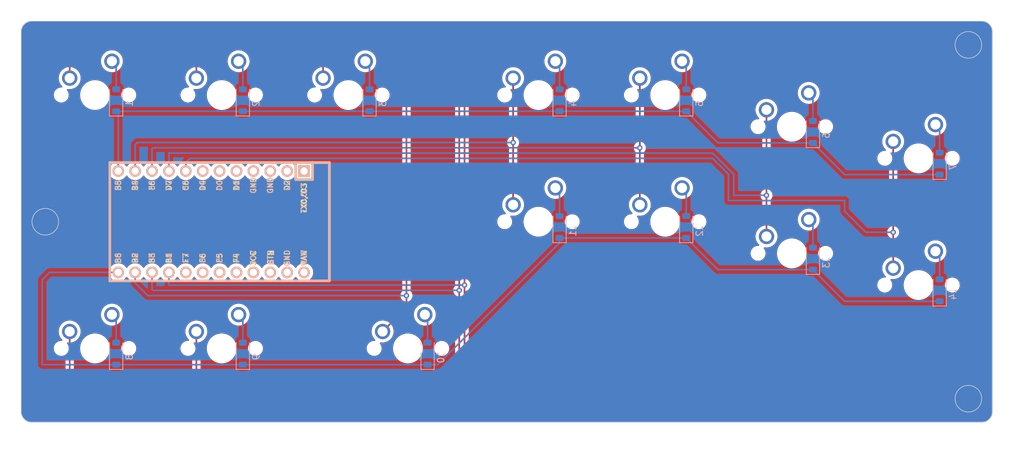
<source format=kicad_pcb>
(kicad_pcb (version 20221018) (generator pcbnew)
  (layers (0 "F.Cu" signal) (31 "B.Cu" signal) (34 "B.Paste" user) (35 "F.Paste" user) (36 "B.SilkS" user "B.Silkscreen") (37 "F.SilkS" user "F.Silkscreen") (38 "B.Mask" user) (39 "F.Mask" user) (44 "Edge.Cuts" user))
  (net 0 "")
  (net 8 "ROW0")
  (net 16 "ROW1")
  (net 18 "COL0")
  (net 19 "Net-(D1-A)")
  (net 20 "Net-(D2-A)")
  (net 21 "Net-(D3-A)")
  (net 22 "Net-(D4-A)")
  (net 23 "Net-(D5-A)")
  (net 24 "Net-(D6-A)")
  (net 25 "Net-(D7-A)")
  (net 26 "COL1")
  (net 27 "Net-(D8-A)")
  (net 28 "Net-(D9-A)")
  (net 29 "Net-(D10-A)")
  (net 30 "Net-(D11-A)")
  (net 31 "Net-(D12-A)")
  (net 32 "Net-(D13-A)")
  (net 33 "Net-(D14-A)")
  (net 34 "COL2")
  (net 35 "COL3")
  (net 36 "COL4")
  (net 37 "COL5")
  (net 38 "COL6")
  (footprint "PCM_marbastlib-mx:SW_MX_1u" (layer "F.Cu") (at 127.005 33.3375)
    (fp_text reference "MX5" hide)
    (fp_text value "MX_SW_solder" hide)
    (pad "" np_thru_hole circle (at -5.08 0) (size 1.75 1.75) (drill 1.75) (layers "*.Cu" "*.Mask"))
    (pad "" np_thru_hole circle (at 0 0) (size 3.9878 3.9878) (drill 3.9878) (layers "*.Cu" "*.Mask"))
    (pad "" np_thru_hole circle (at 5.08 0) (size 1.75 1.75) (drill 1.75) (layers "*.Cu" "*.Mask"))
    (pad "1" thru_hole circle (at -3.81 -2.54) (size 2.3 2.3) (drill 1.524) (layers "*.Cu" "B.Mask") (net 36 "COL4"))
    (pad "2" thru_hole circle (at 2.54 -5.08) (size 2.3 2.3) (drill 1.524) (layers "*.Cu" "B.Mask") (net 23 "Net-(D5-A)"))
  )
  (footprint "PCM_marbastlib-mx:SW_MX_1u" (layer "F.Cu") (at 146.05 38.0975)
    (fp_text reference "MX6" hide)
    (fp_text value "MX_SW_solder" hide)
    (pad "" np_thru_hole circle (at -5.08 0) (size 1.75 1.75) (drill 1.75) (layers "*.Cu" "*.Mask"))
    (pad "" np_thru_hole circle (at 0 0) (size 3.9878 3.9878) (drill 3.9878) (layers "*.Cu" "*.Mask"))
    (pad "" np_thru_hole circle (at 5.08 0) (size 1.75 1.75) (drill 1.75) (layers "*.Cu" "*.Mask"))
    (pad "1" thru_hole circle (at -3.81 -2.54) (size 2.3 2.3) (drill 1.524) (layers "*.Cu" "B.Mask") (net 37 "COL5"))
    (pad "2" thru_hole circle (at 2.54 -5.08) (size 2.3 2.3) (drill 1.524) (layers "*.Cu" "B.Mask") (net 24 "Net-(D6-A)"))
  )
  (footprint "PCM_marbastlib-mx:SW_MX_1u" (layer "F.Cu") (at 41.275 71.4375)
    (fp_text reference "MX8" hide)
    (fp_text value "MX_SW_solder" hide)
    (pad "" np_thru_hole circle (at -5.08 0) (size 1.75 1.75) (drill 1.75) (layers "*.Cu" "*.Mask"))
    (pad "" np_thru_hole circle (at 0 0) (size 3.9878 3.9878) (drill 3.9878) (layers "*.Cu" "*.Mask"))
    (pad "" np_thru_hole circle (at 5.08 0) (size 1.75 1.75) (drill 1.75) (layers "*.Cu" "*.Mask"))
    (pad "1" thru_hole circle (at -3.81 -2.54) (size 2.3 2.3) (drill 1.524) (layers "*.Cu" "B.Mask") (net 18 "COL0"))
    (pad "2" thru_hole circle (at 2.54 -5.08) (size 2.3 2.3) (drill 1.524) (layers "*.Cu" "B.Mask") (net 27 "Net-(D8-A)"))
  )
  (footprint "Keebio:ArduinoProMicro" (layer "F.Cu") (at 58.7375 52.3875 180)
    (fp_text reference "U1" hide)
    (fp_text value "ProMicro" hide)
    (fp_text user "B5" (at 13.97 5.461 90) (layer "B.SilkS") (effects (font (size 0.8 0.8)) (justify mirror)))
    (fp_text user "GND" (at -8.89 5.461 90) (layer "B.SilkS") (effects (font (size 0.8 0.8)) (justify mirror)))
    (fp_text user "E6" (at 8.89 5.461 90) (layer "B.SilkS") (effects (font (size 0.8 0.8)) (justify mirror)))
    (fp_text user "D4" (at 1.27 5.461 90) (layer "B.SilkS") (effects (font (size 0.8 0.8)) (justify mirror)))
    (fp_text user "F6" (at 1.27 -5.461 90) (layer "B.SilkS") (effects (font (size 0.8 0.8)) (justify mirror)))
    (fp_text user "B4" (at 11.43 5.461 90) (layer "B.SilkS") (effects (font (size 0.8 0.8)) (justify mirror)))
    (fp_text user "D0" (at -1.27 5.461 90) (layer "B.SilkS") (effects (font (size 0.8 0.8)) (justify mirror)))
    (fp_text user "RAW" (at -13.97 -5.461 90) (layer "B.SilkS") (effects (font (size 0.8 0.8)) (justify mirror)))
    (fp_text user "F7" (at 3.81 -5.461 90) (layer "B.SilkS") (effects (font (size 0.8 0.8)) (justify mirror)))
    (fp_text user "VCC" (at -6.35 -5.461 90) (layer "B.SilkS") (effects (font (size 0.8 0.8)) (justify mirror)))
    (fp_text user "B1" (at 6.35 -5.461 90) (layer "B.SilkS") (effects (font (size 0.8 0.8)) (justify mirror)))
    (fp_text user "GND" (at -6.35 5.461 90) (layer "B.SilkS") (effects (font (size 0.8 0.8)) (justify mirror)))
    (fp_text user "ST" (at -8.91 -5.04 90) (layer "B.SilkS") (effects (font (size 0.8 0.8)) (justify mirror)))
    (fp_text user "F4" (at -3.81 -5.461 90) (layer "B.SilkS") (effects (font (size 0.8 0.8)) (justify mirror)))
    (fp_text user "D1" (at -3.81 5.461 90) (layer "B.SilkS") (effects (font (size 0.8 0.8)) (justify mirror)))
    (fp_text user "F5" (at -1.27 -5.461 90) (layer "B.SilkS") (effects (font (size 0.8 0.8)) (justify mirror)))
    (fp_text user "B3" (at 8.89 -5.461 90) (layer "B.SilkS") (effects (font (size 0.8 0.8)) (justify mirror)))
    (fp_text user "TX0/D3" (at -13.97 3.571872 90) (layer "B.SilkS") (effects (font (size 0.8 0.8)) (justify mirror)))
    (fp_text user "B2" (at 11.43 -5.461 90) (layer "B.SilkS") (effects (font (size 0.8 0.8)) (justify mirror)))
    (fp_text user "C6" (at 3.81 5.461 90) (layer "B.SilkS") (effects (font (size 0.8 0.8)) (justify mirror)))
    (fp_text user "D2" (at -11.43 5.461 90) (layer "B.SilkS") (effects (font (size 0.8 0.8)) (justify mirror)))
    (fp_text user "D7" (at 6.35 5.461 90) (layer "B.SilkS") (effects (font (size 0.8 0.8)) (justify mirror)))
    (fp_text user "GND" (at -11.43 -5.461 90) (layer "B.SilkS") (effects (font (size 0.8 0.8)) (justify mirror)))
    (fp_text user "B6" (at 13.97 -5.461 90) (layer "B.SilkS") (effects (font (size 0.8 0.8)) (justify mirror)))
    (fp_text user "B5" (at 13.97 5.461 90) (layer "F.SilkS") (effects (font (size 0.8 0.8))))
    (fp_text user "F7" (at 3.81 -5.461 90) (layer "F.SilkS") (effects (font (size 0.8 0.8))))
    (fp_text user "F4" (at -3.81 -5.461 90) (layer "F.SilkS") (effects (font (size 0.8 0.8))))
    (fp_text user "D1" (at -3.81 5.461 90) (layer "F.SilkS") (effects (font (size 0.8 0.8))))
    (fp_text user "B6" (at 13.97 -5.461 90) (layer "F.SilkS") (effects (font (size 0.8 0.8))))
    (fp_text user "GND" (at -11.43 -5.461 90) (layer "F.SilkS") (effects (font (size 0.8 0.8))))
    (fp_text user "B4" (at 11.43 5.461 90) (layer "F.SilkS") (effects (font (size 0.8 0.8))))
    (fp_text user "VCC" (at -6.35 -5.461 90) (layer "F.SilkS") (effects (font (size 0.8 0.8))))
    (fp_text user "F6" (at 1.27 -5.461 90) (layer "F.SilkS") (effects (font (size 0.8 0.8))))
    (fp_text user "D0" (at -1.27 5.461 90) (layer "F.SilkS") (effects (font (size 0.8 0.8))))
    (fp_text user "C6" (at 3.81 5.461 90) (layer "F.SilkS") (effects (font (size 0.8 0.8))))
    (fp_text user "RAW" (at -13.97 -5.461 90) (layer "F.SilkS") (effects (font (size 0.8 0.8))))
    (fp_text user "F5" (at -1.27 -5.461 90) (layer "F.SilkS") (effects (font (size 0.8 0.8))))
    (fp_text user "ST" (at -8.92 -5.73312 90) (layer "F.SilkS") (effects (font (size 0.8 0.8))))
    (fp_text user "D4" (at 1.27 5.461 90) (layer "F.SilkS") (effects (font (size 0.8 0.8))))
    (fp_text user "D7" (at 6.35 5.461 90) (layer "F.SilkS") (effects (font (size 0.8 0.8))))
    (fp_text user "D2" (at -11.43 5.461 90) (layer "F.SilkS") (effects (font (size 0.8 0.8))))
    (fp_text user "GND" (at -6.35 5.461 90) (layer "F.SilkS") (effects (font (size 0.8 0.8))))
    (fp_text user "B1" (at 6.35 -5.461 90) (layer "F.SilkS") (effects (font (size 0.8 0.8))))
    (fp_text user "E6" (at 8.89 5.461 90) (layer "F.SilkS") (effects (font (size 0.8 0.8))))
    (fp_text user "TX0/D3" (at -13.97 3.571872 90) (layer "F.SilkS") (effects (font (size 0.8 0.8))))
    (fp_text user "GND" (at -8.89 5.461 90) (layer "F.SilkS") (effects (font (size 0.8 0.8))))
    (fp_text user "B2" (at 11.43 -5.461 90) (layer "F.SilkS") (effects (font (size 0.8 0.8))))
    (fp_text user "B3" (at 8.89 -5.461 90) (layer "F.SilkS") (effects (font (size 0.8 0.8))))
    (fp_line (start -17.78 -8.89) (end -17.78 8.89) (stroke (width 0.381)) (layer "B.SilkS"))
    (fp_line (start -17.78 8.89) (end 15.24 8.89) (stroke (width 0.381)) (layer "B.SilkS"))
    (fp_line (start -15.24 6.35) (end -15.24 8.89) (stroke (width 0.381)) (layer "B.SilkS"))
    (fp_line (start -15.24 6.35) (end -12.7 6.35) (stroke (width 0.381)) (layer "B.SilkS"))
    (fp_line (start -12.7 6.35) (end -12.7 8.89) (stroke (width 0.381)) (layer "B.SilkS"))
    (fp_line (start 15.24 -8.89) (end -17.78 -8.89) (stroke (width 0.381)) (layer "B.SilkS"))
    (fp_line (start 15.24 8.89) (end 15.24 -8.89) (stroke (width 0.381)) (layer "B.SilkS"))
    (fp_poly (pts (xy -9.35097 -6.244635) (xy -8.55097 -6.244635) (xy -8.55097 -6.344635) (xy -9.35097 -6.344635)) (stroke (width 0.15)) (fill solid) (layer "B.SilkS"))
    (fp_poly (pts (xy -9.35097 -5.844635) (xy -9.25097 -5.844635) (xy -9.25097 -6.344635) (xy -9.35097 -6.344635)) (stroke (width 0.15)) (fill solid) (layer "B.SilkS"))
    (fp_poly (pts (xy -9.35097 -5.844635) (xy -9.05097 -5.844635) (xy -9.05097 -5.944635) (xy -9.35097 -5.944635)) (stroke (width 0.15)) (fill solid) (layer "B.SilkS"))
    (fp_poly (pts (xy -8.95097 -6.044635) (xy -8.85097 -6.044635) (xy -8.85097 -6.144635) (xy -8.95097 -6.144635)) (stroke (width 0.15)) (fill solid) (layer "B.SilkS"))
    (fp_poly (pts (xy -8.75097 -5.844635) (xy -8.55097 -5.844635) (xy -8.55097 -5.944635) (xy -8.75097 -5.944635)) (stroke (width 0.15)) (fill solid) (layer "B.SilkS"))
    (fp_line (start -17.78 -8.89) (end -17.78 8.89) (stroke (width 0.381)) (layer "F.SilkS"))
    (fp_line (start -17.78 8.89) (end -15.24 8.89) (stroke (width 0.381)) (layer "F.SilkS"))
    (fp_line (start -15.24 -8.89) (end -17.78 -8.89) (stroke (width 0.381)) (layer "F.SilkS"))
    (fp_line (start -15.24 6.35) (end -15.24 8.89) (stroke (width 0.381)) (layer "F.SilkS"))
    (fp_line (start -15.24 6.35) (end -12.7 6.35) (stroke (width 0.381)) (layer "F.SilkS"))
    (fp_line (start -15.24 8.89) (end 15.24 8.89) (stroke (width 0.381)) (layer "F.SilkS"))
    (fp_line (start -12.7 6.35) (end -12.7 8.89) (stroke (width 0.381)) (layer "F.SilkS"))
    (fp_line (start 15.24 -8.89) (end -15.24 -8.89) (stroke (width 0.381)) (layer "F.SilkS"))
    (fp_line (start 15.24 8.89) (end 15.24 -8.89) (stroke (width 0.381)) (layer "F.SilkS"))
    (fp_poly (pts (xy -9.36064 -4.931568) (xy -9.26064 -4.931568) (xy -9.26064 -4.431568) (xy -9.36064 -4.431568)) (stroke (width 0.15)) (fill solid) (layer "F.SilkS"))
    (fp_poly (pts (xy -9.36064 -4.931568) (xy -9.06064 -4.931568) (xy -9.06064 -4.831568) (xy -9.36064 -4.831568)) (stroke (width 0.15)) (fill solid) (layer "F.SilkS"))
    (fp_poly (pts (xy -9.36064 -4.531568) (xy -8.56064 -4.531568) (xy -8.56064 -4.431568) (xy -9.36064 -4.431568)) (stroke (width 0.15)) (fill solid) (layer "F.SilkS"))
    (fp_poly (pts (xy -8.96064 -4.731568) (xy -8.86064 -4.731568) (xy -8.86064 -4.631568) (xy -8.96064 -4.631568)) (stroke (width 0.15)) (fill solid) (layer "F.SilkS"))
    (fp_poly (pts (xy -8.76064 -4.931568) (xy -8.56064 -4.931568) (xy -8.56064 -4.831568) (xy -8.76064 -4.831568)) (stroke (width 0.15)) (fill solid) (layer "F.SilkS"))
    (pad "1" thru_hole rect (at -13.97 7.62 180) (size 1.7526 1.7526) (drill 1.0922) (layers "*.Cu" "*.SilkS" "*.Mask"))
    (pad "2" thru_hole circle (at -11.43 7.62 180) (size 1.7526 1.7526) (drill 1.0922) (layers "*.Cu" "*.SilkS" "*.Mask"))
    (pad "3" thru_hole circle (at -8.89 7.62 180) (size 1.7526 1.7526) (drill 1.0922) (layers "*.Cu" "*.SilkS" "*.Mask"))
    (pad "4" thru_hole circle (at -6.35 7.62 180) (size 1.7526 1.7526) (drill 1.0922) (layers "*.Cu" "*.SilkS" "*.Mask"))
    (pad "5" thru_hole circle (at -3.81 7.62 180) (size 1.7526 1.7526) (drill 1.0922) (layers "*.Cu" "*.SilkS" "*.Mask"))
    (pad "6" thru_hole circle (at -1.27 7.62 180) (size 1.7526 1.7526) (drill 1.0922) (layers "*.Cu" "*.SilkS" "*.Mask"))
    (pad "7" thru_hole circle (at 1.27 7.62 180) (size 1.7526 1.7526) (drill 1.0922) (layers "*.Cu" "*.SilkS" "*.Mask"))
    (pad "8" thru_hole circle (at 3.81 7.62 180) (size 1.7526 1.7526) (drill 1.0922) (layers "*.Cu" "*.SilkS" "*.Mask") (net 38 "COL6"))
    (pad "9" thru_hole circle (at 6.35 7.62 180) (size 1.7526 1.7526) (drill 1.0922) (layers "*.Cu" "*.SilkS" "*.Mask") (net 37 "COL5"))
    (pad "10" thru_hole circle (at 8.89 7.62 180) (size 1.7526 1.7526) (drill 1.0922) (layers "*.Cu" "*.SilkS" "*.Mask") (net 36 "COL4"))
    (pad "11" thru_hole circle (at 11.43 7.62 180) (size 1.7526 1.7526) (drill 1.0922) (layers "*.Cu" "*.SilkS" "*.Mask") (net 35 "COL3"))
    (pad "12" thru_hole circle (at 13.97 7.62 180) (size 1.7526 1.7526) (drill 1.0922) (layers "*.Cu" "*.SilkS" "*.Mask") (net 8 "ROW0"))
    (pad "13" thru_hole circle (at 13.97 -7.62 180) (size 1.7526 1.7526) (drill 1.0922) (layers "*.Cu" "*.SilkS" "*.Mask") (net 16 "ROW1"))
    (pad "14" thru_hole circle (at 11.43 -7.62 180) (size 1.7526 1.7526) (drill 1.0922) (layers "*.Cu" "*.SilkS" "*.Mask") (net 34 "COL2"))
    (pad "15" thru_hole circle (at 8.89 -7.62 180) (size 1.7526 1.7526) (drill 1.0922) (layers "*.Cu" "*.SilkS" "*.Mask") (net 26 "COL1"))
    (pad "16" thru_hole circle (at 6.35 -7.62 180) (size 1.7526 1.7526) (drill 1.0922) (layers "*.Cu" "*.SilkS" "*.Mask") (net 18 "COL0"))
    (pad "17" thru_hole circle (at 3.81 -7.62 180) (size 1.7526 1.7526) (drill 1.0922) (layers "*.Cu" "*.SilkS" "*.Mask"))
    (pad "18" thru_hole circle (at 1.27 -7.62 180) (size 1.7526 1.7526) (drill 1.0922) (layers "*.Cu" "*.SilkS" "*.Mask"))
    (pad "19" thru_hole circle (at -1.27 -7.62 180) (size 1.7526 1.7526) (drill 1.0922) (layers "*.Cu" "*.SilkS" "*.Mask"))
    (pad "20" thru_hole circle (at -3.81 -7.62 180) (size 1.7526 1.7526) (drill 1.0922) (layers "*.Cu" "*.SilkS" "*.Mask"))
    (pad "21" thru_hole circle (at -6.35 -7.62 180) (size 1.7526 1.7526) (drill 1.0922) (layers "*.Cu" "*.SilkS" "*.Mask"))
    (pad "22" thru_hole circle (at -8.89 -7.62 180) (size 1.7526 1.7526) (drill 1.0922) (layers "*.Cu" "*.SilkS" "*.Mask"))
    (pad "23" thru_hole circle (at -11.43 -7.62 180) (size 1.7526 1.7526) (drill 1.0922) (layers "*.Cu" "*.SilkS" "*.Mask"))
    (pad "24" thru_hole circle (at -13.97 -7.62 180) (size 1.7526 1.7526) (drill 1.0922) (layers "*.Cu" "*.SilkS" "*.Mask"))
  )
  (footprint "PCM_marbastlib-mx:SW_MX_1u" (layer "F.Cu") (at 165.105 42.8575)
    (fp_text reference "MX7" hide)
    (fp_text value "MX_SW_solder" hide)
    (pad "" np_thru_hole circle (at -5.08 0) (size 1.75 1.75) (drill 1.75) (layers "*.Cu" "*.Mask"))
    (pad "" np_thru_hole circle (at 0 0) (size 3.9878 3.9878) (drill 3.9878) (layers "*.Cu" "*.Mask"))
    (pad "" np_thru_hole circle (at 5.08 0) (size 1.75 1.75) (drill 1.75) (layers "*.Cu" "*.Mask"))
    (pad "1" thru_hole circle (at -3.81 -2.54) (size 2.3 2.3) (drill 1.524) (layers "*.Cu" "B.Mask") (net 38 "COL6"))
    (pad "2" thru_hole circle (at 2.54 -5.08) (size 2.3 2.3) (drill 1.524) (layers "*.Cu" "B.Mask") (net 25 "Net-(D7-A)"))
  )
  (footprint "PCM_marbastlib-mx:SW_MX_1u" (layer "F.Cu") (at 107.955 33.3375)
    (fp_text reference "MX4" hide)
    (fp_text value "MX_SW_solder" hide)
    (pad "" np_thru_hole circle (at -5.08 0) (size 1.75 1.75) (drill 1.75) (layers "*.Cu" "*.Mask"))
    (pad "" np_thru_hole circle (at 0 0) (size 3.9878 3.9878) (drill 3.9878) (layers "*.Cu" "*.Mask"))
    (pad "" np_thru_hole circle (at 5.08 0) (size 1.75 1.75) (drill 1.75) (layers "*.Cu" "*.Mask"))
    (pad "1" thru_hole circle (at -3.81 -2.54) (size 2.3 2.3) (drill 1.524) (layers "*.Cu" "B.Mask") (net 35 "COL3"))
    (pad "2" thru_hole circle (at 2.54 -5.08) (size 2.3 2.3) (drill 1.524) (layers "*.Cu" "B.Mask") (net 22 "Net-(D4-A)"))
  )
  (footprint "PCM_marbastlib-mx:SW_MX_1u" (layer "F.Cu") (at 107.955 52.3875)
    (fp_text reference "MX11" hide)
    (fp_text value "MX_SW_solder" hide)
    (pad "" np_thru_hole circle (at -5.08 0) (size 1.75 1.75) (drill 1.75) (layers "*.Cu" "*.Mask"))
    (pad "" np_thru_hole circle (at 0 0) (size 3.9878 3.9878) (drill 3.9878) (layers "*.Cu" "*.Mask"))
    (pad "" np_thru_hole circle (at 5.08 0) (size 1.75 1.75) (drill 1.75) (layers "*.Cu" "*.Mask"))
    (pad "1" thru_hole circle (at -3.81 -2.54) (size 2.3 2.3) (drill 1.524) (layers "*.Cu" "B.Mask") (net 35 "COL3"))
    (pad "2" thru_hole circle (at 2.54 -5.08) (size 2.3 2.3) (drill 1.524) (layers "*.Cu" "B.Mask") (net 30 "Net-(D11-A)"))
  )
  (footprint "PCM_marbastlib-mx:SW_MX_1u" (layer "F.Cu") (at 146.055 57.1475)
    (fp_text reference "MX13" hide)
    (fp_text value "MX_SW_solder" hide)
    (pad "" np_thru_hole circle (at -5.08 0) (size 1.75 1.75) (drill 1.75) (layers "*.Cu" "*.Mask"))
    (pad "" np_thru_hole circle (at 0 0) (size 3.9878 3.9878) (drill 3.9878) (layers "*.Cu" "*.Mask"))
    (pad "" np_thru_hole circle (at 5.08 0) (size 1.75 1.75) (drill 1.75) (layers "*.Cu" "*.Mask"))
    (pad "1" thru_hole circle (at -3.81 -2.54) (size 2.3 2.3) (drill 1.524) (layers "*.Cu" "B.Mask") (net 37 "COL5"))
    (pad "2" thru_hole circle (at 2.54 -5.08) (size 2.3 2.3) (drill 1.524) (layers "*.Cu" "B.Mask") (net 32 "Net-(D13-A)"))
  )
  (footprint "PCM_marbastlib-mx:SW_MX_1u" (layer "F.Cu") (at 60.325 33.3375)
    (fp_text reference "MX2" hide)
    (fp_text value "MX_SW_solder" hide)
    (pad "" np_thru_hole circle (at -5.08 0) (size 1.75 1.75) (drill 1.75) (layers "*.Cu" "*.Mask"))
    (pad "" np_thru_hole circle (at 0 0) (size 3.9878 3.9878) (drill 3.9878) (layers "*.Cu" "*.Mask"))
    (pad "" np_thru_hole circle (at 5.08 0) (size 1.75 1.75) (drill 1.75) (layers "*.Cu" "*.Mask"))
    (pad "1" thru_hole circle (at -3.81 -2.54) (size 2.3 2.3) (drill 1.524) (layers "*.Cu" "B.Mask") (net 26 "COL1"))
    (pad "2" thru_hole circle (at 2.54 -5.08) (size 2.3 2.3) (drill 1.524) (layers "*.Cu" "B.Mask") (net 20 "Net-(D2-A)"))
  )
  (footprint "PCM_marbastlib-mx:SW_MX_1u" (layer "F.Cu") (at 127.005 52.3875)
    (fp_text reference "MX12" hide)
    (fp_text value "MX_SW_solder" hide)
    (pad "" np_thru_hole circle (at -5.08 0) (size 1.75 1.75) (drill 1.75) (layers "*.Cu" "*.Mask"))
    (pad "" np_thru_hole circle (at 0 0) (size 3.9878 3.9878) (drill 3.9878) (layers "*.Cu" "*.Mask"))
    (pad "" np_thru_hole circle (at 5.08 0) (size 1.75 1.75) (drill 1.75) (layers "*.Cu" "*.Mask"))
    (pad "1" thru_hole circle (at -3.81 -2.54) (size 2.3 2.3) (drill 1.524) (layers "*.Cu" "B.Mask") (net 36 "COL4"))
    (pad "2" thru_hole circle (at 2.54 -5.08) (size 2.3 2.3) (drill 1.524) (layers "*.Cu" "B.Mask") (net 31 "Net-(D12-A)"))
  )
  (footprint "PCM_marbastlib-mx:SW_MX_1u" (layer "F.Cu") (at 41.275 33.3375)
    (fp_text reference "MX1" hide)
    (fp_text value "MX_SW_solder" hide)
    (pad "" np_thru_hole circle (at -5.08 0) (size 1.75 1.75) (drill 1.75) (layers "*.Cu" "*.Mask"))
    (pad "" np_thru_hole circle (at 0 0) (size 3.9878 3.9878) (drill 3.9878) (layers "*.Cu" "*.Mask"))
    (pad "" np_thru_hole circle (at 5.08 0) (size 1.75 1.75) (drill 1.75) (layers "*.Cu" "*.Mask"))
    (pad "1" thru_hole circle (at -3.81 -2.54) (size 2.3 2.3) (drill 1.524) (layers "*.Cu" "B.Mask") (net 18 "COL0"))
    (pad "2" thru_hole circle (at 2.54 -5.08) (size 2.3 2.3) (drill 1.524) (layers "*.Cu" "B.Mask") (net 19 "Net-(D1-A)"))
  )
  (footprint "PCM_marbastlib-mx:SW_MX_1u" (layer "F.Cu") (at 60.325 71.4375)
    (fp_text reference "MX9" hide)
    (fp_text value "MX_SW_solder" hide)
    (pad "" np_thru_hole circle (at -5.08 0) (size 1.75 1.75) (drill 1.75) (layers "*.Cu" "*.Mask"))
    (pad "" np_thru_hole circle (at 0 0) (size 3.9878 3.9878) (drill 3.9878) (layers "*.Cu" "*.Mask"))
    (pad "" np_thru_hole circle (at 5.08 0) (size 1.75 1.75) (drill 1.75) (layers "*.Cu" "*.Mask"))
    (pad "1" thru_hole circle (at -3.81 -2.54) (size 2.3 2.3) (drill 1.524) (layers "*.Cu" "B.Mask") (net 26 "COL1"))
    (pad "2" thru_hole circle (at 2.54 -5.08) (size 2.3 2.3) (drill 1.524) (layers "*.Cu" "B.Mask") (net 28 "Net-(D9-A)"))
  )
  (footprint "PCM_marbastlib-mx:SW_MX_1u" (layer "F.Cu") (at 79.375 33.3375)
    (fp_text reference "MX3" hide)
    (fp_text value "MX_SW_solder" hide)
    (pad "" np_thru_hole circle (at -5.08 0) (size 1.75 1.75) (drill 1.75) (layers "*.Cu" "*.Mask"))
    (pad "" np_thru_hole circle (at 0 0) (size 3.9878 3.9878) (drill 3.9878) (layers "*.Cu" "*.Mask"))
    (pad "" np_thru_hole circle (at 5.08 0) (size 1.75 1.75) (drill 1.75) (layers "*.Cu" "*.Mask"))
    (pad "1" thru_hole circle (at -3.81 -2.54) (size 2.3 2.3) (drill 1.524) (layers "*.Cu" "B.Mask") (net 34 "COL2"))
    (pad "2" thru_hole circle (at 2.54 -5.08) (size 2.3 2.3) (drill 1.524) (layers "*.Cu" "B.Mask") (net 21 "Net-(D3-A)"))
  )
  (footprint "PCM_marbastlib-mx:SW_MX_1u" (layer "F.Cu") (at 165.105 61.9075)
    (fp_text reference "MX14" hide)
    (fp_text value "MX_SW_solder" hide)
    (pad "" np_thru_hole circle (at -5.08 0) (size 1.75 1.75) (drill 1.75) (layers "*.Cu" "*.Mask"))
    (pad "" np_thru_hole circle (at 0 0) (size 3.9878 3.9878) (drill 3.9878) (layers "*.Cu" "*.Mask"))
    (pad "" np_thru_hole circle (at 5.08 0) (size 1.75 1.75) (drill 1.75) (layers "*.Cu" "*.Mask"))
    (pad "1" thru_hole circle (at -3.81 -2.54) (size 2.3 2.3) (drill 1.524) (layers "*.Cu" "B.Mask") (net 38 "COL6"))
    (pad "2" thru_hole circle (at 2.54 -5.08) (size 2.3 2.3) (drill 1.524) (layers "*.Cu" "B.Mask") (net 33 "Net-(D14-A)"))
  )
  (footprint "PCM_marbastlib-mx:SW_MX_1u" (layer "F.Cu") (at 88.325 71.4375)
    (fp_text reference "MX10" hide)
    (fp_text value "MX_SW_solder" hide)
    (pad "" np_thru_hole circle (at -5.08 0) (size 1.75 1.75) (drill 1.75) (layers "*.Cu" "*.Mask"))
    (pad "" np_thru_hole circle (at 0 0) (size 3.9878 3.9878) (drill 3.9878) (layers "*.Cu" "*.Mask"))
    (pad "" np_thru_hole circle (at 5.08 0) (size 1.75 1.75) (drill 1.75) (layers "*.Cu" "*.Mask"))
    (pad "1" thru_hole circle (at -3.81 -2.54) (size 2.3 2.3) (drill 1.524) (layers "*.Cu" "B.Mask") (net 34 "COL2"))
    (pad "2" thru_hole circle (at 2.54 -5.08) (size 2.3 2.3) (drill 1.524) (layers "*.Cu" "B.Mask") (net 29 "Net-(D10-A)"))
  )
  (footprint "Diode_SMD:D_SOD-123" (layer "B.Cu") (at 111.125 53.18125 90)
    (fp_text reference "D11" (at 0 2 90) (layer "B.SilkS") (effects (justify mirror)))
    (fp_text value "D_Small")
    (fp_line (start -2.36 -1) (end 1.65 -1) (stroke (width 0.12)) (layer "B.SilkS"))
    (fp_line (start -2.36 1) (end -2.36 -1) (stroke (width 0.12)) (layer "B.SilkS"))
    (fp_line (start -2.36 1) (end 1.65 1) (stroke (width 0.12)) (layer "B.SilkS"))
    (pad "1" smd roundrect (at -1.65 0 90) (size 0.9 1.2) (layers "B.Cu" "B.Paste" "B.Mask") (net 16 "ROW1"))
    (pad "2" smd roundrect (at 1.65 0 90) (size 0.9 1.2) (layers "B.Cu" "B.Paste" "B.Mask") (net 30 "Net-(D11-A)"))
  )
  (footprint "Diode_SMD:D_SOD-123" (layer "B.Cu") (at 63.5 34.13125 90)
    (fp_text reference "D2" (at 0 2 90) (layer "B.SilkS") (effects (justify mirror)))
    (fp_text value "D_Small")
    (fp_line (start -2.36 -1) (end 1.65 -1) (stroke (width 0.12)) (layer "B.SilkS"))
    (fp_line (start -2.36 1) (end -2.36 -1) (stroke (width 0.12)) (layer "B.SilkS"))
    (fp_line (start -2.36 1) (end 1.65 1) (stroke (width 0.12)) (layer "B.SilkS"))
    (pad "1" smd roundrect (at -1.65 0 90) (size 0.9 1.2) (layers "B.Cu" "B.Paste" "B.Mask") (net 8 "ROW0"))
    (pad "2" smd roundrect (at 1.65 0 90) (size 0.9 1.2) (layers "B.Cu" "B.Paste" "B.Mask") (net 20 "Net-(D2-A)"))
  )
  (footprint "Diode_SMD:D_SOD-123" (layer "B.Cu") (at 63.5 72.23125 90)
    (fp_text reference "D9" (at 0 2 90) (layer "B.SilkS") (effects (justify mirror)))
    (fp_text value "D_Small")
    (fp_line (start -2.36 -1) (end 1.65 -1) (stroke (width 0.12)) (layer "B.SilkS"))
    (fp_line (start -2.36 1) (end -2.36 -1) (stroke (width 0.12)) (layer "B.SilkS"))
    (fp_line (start -2.36 1) (end 1.65 1) (stroke (width 0.12)) (layer "B.SilkS"))
    (pad "1" smd roundrect (at -1.65 0 90) (size 0.9 1.2) (layers "B.Cu" "B.Paste" "B.Mask") (net 16 "ROW1"))
    (pad "2" smd roundrect (at 1.65 0 90) (size 0.9 1.2) (layers "B.Cu" "B.Paste" "B.Mask") (net 28 "Net-(D9-A)"))
  )
  (footprint "Diode_SMD:D_SOD-123" (layer "B.Cu") (at 168.275 43.65625 90)
    (fp_text reference "D7" (at 0 2 90) (layer "B.SilkS") (effects (justify mirror)))
    (fp_text value "D_Small")
    (fp_line (start -2.36 -1) (end 1.65 -1) (stroke (width 0.12)) (layer "B.SilkS"))
    (fp_line (start -2.36 1) (end -2.36 -1) (stroke (width 0.12)) (layer "B.SilkS"))
    (fp_line (start -2.36 1) (end 1.65 1) (stroke (width 0.12)) (layer "B.SilkS"))
    (pad "1" smd roundrect (at -1.65 0 90) (size 0.9 1.2) (layers "B.Cu" "B.Paste" "B.Mask") (net 8 "ROW0"))
    (pad "2" smd roundrect (at 1.65 0 90) (size 0.9 1.2) (layers "B.Cu" "B.Paste" "B.Mask") (net 25 "Net-(D7-A)"))
  )
  (footprint "Diode_SMD:D_SOD-123" (layer "B.Cu") (at 168.275 62.70625 90)
    (fp_text reference "D14" (at 0 2 90) (layer "B.SilkS") (effects (justify mirror)))
    (fp_text value "D_Small")
    (fp_line (start -2.36 -1) (end 1.65 -1) (stroke (width 0.12)) (layer "B.SilkS"))
    (fp_line (start -2.36 1) (end -2.36 -1) (stroke (width 0.12)) (layer "B.SilkS"))
    (fp_line (start -2.36 1) (end 1.65 1) (stroke (width 0.12)) (layer "B.SilkS"))
    (pad "1" smd roundrect (at -1.65 0 90) (size 0.9 1.2) (layers "B.Cu" "B.Paste" "B.Mask") (net 16 "ROW1"))
    (pad "2" smd roundrect (at 1.65 0 90) (size 0.9 1.2) (layers "B.Cu" "B.Paste" "B.Mask") (net 33 "Net-(D14-A)"))
  )
  (footprint "Diode_SMD:D_SOD-123" (layer "B.Cu") (at 44.45 34.13125 90)
    (fp_text reference "D1" (at 0 2 90) (layer "B.SilkS") (effects (justify mirror)))
    (fp_text value "D_Small")
    (fp_line (start -2.36 -1) (end 1.65 -1) (stroke (width 0.12)) (layer "B.SilkS"))
    (fp_line (start -2.36 1) (end -2.36 -1) (stroke (width 0.12)) (layer "B.SilkS"))
    (fp_line (start -2.36 1) (end 1.65 1) (stroke (width 0.12)) (layer "B.SilkS"))
    (pad "1" smd roundrect (at -1.65 0 90) (size 0.9 1.2) (layers "B.Cu" "B.Paste" "B.Mask") (net 8 "ROW0"))
    (pad "2" smd roundrect (at 1.65 0 90) (size 0.9 1.2) (layers "B.Cu" "B.Paste" "B.Mask") (net 19 "Net-(D1-A)"))
  )
  (footprint "Diode_SMD:D_SOD-123" (layer "B.Cu") (at 82.55 34.13125 90)
    (fp_text reference "D3" (at 0 2 90) (layer "B.SilkS") (effects (justify mirror)))
    (fp_text value "D_Small")
    (fp_line (start -2.36 -1) (end 1.65 -1) (stroke (width 0.12)) (layer "B.SilkS"))
    (fp_line (start -2.36 1) (end -2.36 -1) (stroke (width 0.12)) (layer "B.SilkS"))
    (fp_line (start -2.36 1) (end 1.65 1) (stroke (width 0.12)) (layer "B.SilkS"))
    (pad "1" smd roundrect (at -1.65 0 90) (size 0.9 1.2) (layers "B.Cu" "B.Paste" "B.Mask") (net 8 "ROW0"))
    (pad "2" smd roundrect (at 1.65 0 90) (size 0.9 1.2) (layers "B.Cu" "B.Paste" "B.Mask") (net 21 "Net-(D3-A)"))
  )
  (footprint "Diode_SMD:D_SOD-123" (layer "B.Cu") (at 149.225 38.89375 90)
    (fp_text reference "D6" (at 0 2 90) (layer "B.SilkS") (effects (justify mirror)))
    (fp_text value "D_Small")
    (fp_line (start -2.36 -1) (end 1.65 -1) (stroke (width 0.12)) (layer "B.SilkS"))
    (fp_line (start -2.36 1) (end -2.36 -1) (stroke (width 0.12)) (layer "B.SilkS"))
    (fp_line (start -2.36 1) (end 1.65 1) (stroke (width 0.12)) (layer "B.SilkS"))
    (pad "1" smd roundrect (at -1.65 0 90) (size 0.9 1.2) (layers "B.Cu" "B.Paste" "B.Mask") (net 8 "ROW0"))
    (pad "2" smd roundrect (at 1.65 0 90) (size 0.9 1.2) (layers "B.Cu" "B.Paste" "B.Mask") (net 24 "Net-(D6-A)"))
  )
  (footprint "Diode_SMD:D_SOD-123" (layer "B.Cu") (at 111.125 34.13125 90)
    (fp_text reference "D4" (at 0 2 90) (layer "B.SilkS") (effects (justify mirror)))
    (fp_text value "D_Small")
    (fp_line (start -2.36 -1) (end 1.65 -1) (stroke (width 0.12)) (layer "B.SilkS"))
    (fp_line (start -2.36 1) (end -2.36 -1) (stroke (width 0.12)) (layer "B.SilkS"))
    (fp_line (start -2.36 1) (end 1.65 1) (stroke (width 0.12)) (layer "B.SilkS"))
    (pad "1" smd roundrect (at -1.65 0 90) (size 0.9 1.2) (layers "B.Cu" "B.Paste" "B.Mask") (net 8 "ROW0"))
    (pad "2" smd roundrect (at 1.65 0 90) (size 0.9 1.2) (layers "B.Cu" "B.Paste" "B.Mask") (net 22 "Net-(D4-A)"))
  )
  (footprint "Diode_SMD:D_SOD-123" (layer "B.Cu") (at 91.28125 72.23125 90)
    (fp_text reference "D10" (at 0 2 90) (layer "B.SilkS") (effects (justify mirror)))
    (fp_text value "D_Small")
    (fp_line (start -2.36 -1) (end 1.65 -1) (stroke (width 0.12)) (layer "B.SilkS"))
    (fp_line (start -2.36 1) (end -2.36 -1) (stroke (width 0.12)) (layer "B.SilkS"))
    (fp_line (start -2.36 1) (end 1.65 1) (stroke (width 0.12)) (layer "B.SilkS"))
    (pad "1" smd roundrect (at -1.65 0 90) (size 0.9 1.2) (layers "B.Cu" "B.Paste" "B.Mask") (net 16 "ROW1"))
    (pad "2" smd roundrect (at 1.65 0 90) (size 0.9 1.2) (layers "B.Cu" "B.Paste" "B.Mask") (net 29 "Net-(D10-A)"))
  )
  (footprint "Diode_SMD:D_SOD-123" (layer "B.Cu") (at 149.225 57.94375 90)
    (fp_text reference "D13" (at 0 2 90) (layer "B.SilkS") (effects (justify mirror)))
    (fp_text value "D_Small")
    (fp_line (start -2.36 -1) (end 1.65 -1) (stroke (width 0.12)) (layer "B.SilkS"))
    (fp_line (start -2.36 1) (end -2.36 -1) (stroke (width 0.12)) (layer "B.SilkS"))
    (fp_line (start -2.36 1) (end 1.65 1) (stroke (width 0.12)) (layer "B.SilkS"))
    (pad "1" smd roundrect (at -1.65 0 90) (size 0.9 1.2) (layers "B.Cu" "B.Paste" "B.Mask") (net 16 "ROW1"))
    (pad "2" smd roundrect (at 1.65 0 90) (size 0.9 1.2) (layers "B.Cu" "B.Paste" "B.Mask") (net 32 "Net-(D13-A)"))
  )
  (footprint "Diode_SMD:D_SOD-123" (layer "B.Cu") (at 130.175 34.13125 90)
    (fp_text reference "D5" (at 0 2 90) (layer "B.SilkS") (effects (justify mirror)))
    (fp_text value "D_Small")
    (fp_line (start -2.36 -1) (end 1.65 -1) (stroke (width 0.12)) (layer "B.SilkS"))
    (fp_line (start -2.36 1) (end -2.36 -1) (stroke (width 0.12)) (layer "B.SilkS"))
    (fp_line (start -2.36 1) (end 1.65 1) (stroke (width 0.12)) (layer "B.SilkS"))
    (pad "1" smd roundrect (at -1.65 0 90) (size 0.9 1.2) (layers "B.Cu" "B.Paste" "B.Mask") (net 8 "ROW0"))
    (pad "2" smd roundrect (at 1.65 0 90) (size 0.9 1.2) (layers "B.Cu" "B.Paste" "B.Mask") (net 23 "Net-(D5-A)"))
  )
  (footprint "Diode_SMD:D_SOD-123" (layer "B.Cu") (at 130.175 53.18125 90)
    (fp_text reference "D12" (at 0 2 90) (layer "B.SilkS") (effects (justify mirror)))
    (fp_text value "D_Small")
    (fp_line (start -2.36 -1) (end 1.65 -1) (stroke (width 0.12)) (layer "B.SilkS"))
    (fp_line (start -2.36 1) (end -2.36 -1) (stroke (width 0.12)) (layer "B.SilkS"))
    (fp_line (start -2.36 1) (end 1.65 1) (stroke (width 0.12)) (layer "B.SilkS"))
    (pad "1" smd roundrect (at -1.65 0 90) (size 0.9 1.2) (layers "B.Cu" "B.Paste" "B.Mask") (net 16 "ROW1"))
    (pad "2" smd roundrect (at 1.65 0 90) (size 0.9 1.2) (layers "B.Cu" "B.Paste" "B.Mask") (net 31 "Net-(D12-A)"))
  )
  (footprint "Diode_SMD:D_SOD-123" (layer "B.Cu") (at 44.45 72.23125 90)
    (fp_text reference "D8" (at 0 2 90) (layer "B.SilkS") (effects (justify mirror)))
    (fp_text value "D_Small")
    (fp_line (start -2.36 -1) (end 1.65 -1) (stroke (width 0.12)) (layer "B.SilkS"))
    (fp_line (start -2.36 1) (end -2.36 -1) (stroke (width 0.12)) (layer "B.SilkS"))
    (fp_line (start -2.36 1) (end 1.65 1) (stroke (width 0.12)) (layer "B.SilkS"))
    (pad "1" smd roundrect (at -1.65 0 90) (size 0.9 1.2) (layers "B.Cu" "B.Paste" "B.Mask") (net 16 "ROW1"))
    (pad "2" smd roundrect (at 1.65 0 90) (size 0.9 1.2) (layers "B.Cu" "B.Paste" "B.Mask") (net 27 "Net-(D8-A)"))
  )
  (gr_line (start 176.2125 23.8125) (end 176.2125 80.9625) (stroke (width 0.1)) (layer "Edge.Cuts"))
  (gr_circle (center 172.6 79) (end 174.6 79) (stroke (width 0.1)) (fill none) (layer "Edge.Cuts"))
  (gr_line (start 30.1625 80.9625) (end 30.1625 23.8125) (stroke (width 0.1)) (layer "Edge.Cuts"))
  (gr_line (start 174.625 82.55) (end 31.75 82.55) (stroke (width 0.1)) (layer "Edge.Cuts"))
  (gr_arc (start 31.75 82.55) (mid 30.627468 82.085032) (end 30.1625 80.9625) (stroke (width 0.1)) (layer "Edge.Cuts"))
  (gr_circle (center 33.8 52.393556) (end 35.8 52.393556) (stroke (width 0.1)) (fill none) (layer "Edge.Cuts"))
  (gr_line (start 31.75 22.225) (end 174.625 22.225) (stroke (width 0.1)) (layer "Edge.Cuts"))
  (gr_arc (start 176.2125 80.9625) (mid 175.747532 82.085032) (end 174.625 82.55) (stroke (width 0.1)) (layer "Edge.Cuts"))
  (gr_circle (center 172.6 25.8) (end 174.6 25.8) (stroke (width 0.1)) (fill none) (layer "Edge.Cuts"))
  (gr_arc (start 30.1625 23.8125) (mid 30.627468 22.689968) (end 31.75 22.225) (stroke (width 0.1)) (layer "Edge.Cuts"))
  (gr_arc (start 174.625 22.225) (mid 175.747532 22.689968) (end 176.2125 23.8125) (stroke (width 0.1)) (layer "Edge.Cuts"))
  (segment (start 44.45 35.78125) (end 63.5 35.78125) (width 0.25) (layer "B.Cu") (net 8))
  (segment (start 153.9875 45.30625) (end 168.275 45.30625) (width 0.25) (layer "B.Cu") (net 8))
  (segment (start 111.125 35.78125) (end 130.175 35.78125) (width 0.25) (layer "B.Cu") (net 8))
  (segment (start 82.55 35.78125) (end 111.125 35.78125) (width 0.25) (layer "B.Cu") (net 8))
  (segment (start 130.175 35.78125) (end 134.9375 40.54375) (width 0.25) (layer "B.Cu") (net 8))
  (segment (start 44.45 35.78125) (end 44.7675 36.09875) (width 0.25) (layer "B.Cu") (net 8))
  (segment (start 134.9375 40.54375) (end 149.225 40.54375) (width 0.25) (layer "B.Cu") (net 8))
  (segment (start 44.7675 36.09875) (end 44.7675 44.7675) (width 0.25) (layer "B.Cu") (net 8))
  (segment (start 63.5 35.78125) (end 82.55 35.78125) (width 0.25) (layer "B.Cu") (net 8))
  (segment (start 149.225 40.54375) (end 153.9875 45.30625) (width 0.25) (layer "B.Cu") (net 8))
  (segment (start 34.44875 60.0075) (end 44.7675 60.0075) (width 0.25) (layer "B.Cu") (net 16))
  (segment (start 149.225 59.59375) (end 153.9875 64.35625) (width 0.25) (layer "B.Cu") (net 16))
  (segment (start 111.125 55.5625) (end 111.125 54.83125) (width 0.25) (layer "B.Cu") (net 16))
  (segment (start 33.3375 73.81875) (end 33.3375 61.11875) (width 0.25) (layer "B.Cu") (net 16))
  (segment (start 111.125 54.83125) (end 130.175 54.83125) (width 0.25) (layer "B.Cu") (net 16))
  (segment (start 153.9875 64.35625) (end 168.275 64.35625) (width 0.25) (layer "B.Cu") (net 16))
  (segment (start 130.175 54.83125) (end 134.9375 59.59375) (width 0.25) (layer "B.Cu") (net 16))
  (segment (start 44.45 73.88125) (end 33.4 73.88125) (width 0.25) (layer "B.Cu") (net 16))
  (segment (start 91.28125 73.88125) (end 92.80625 73.88125) (width 0.25) (layer "B.Cu") (net 16))
  (segment (start 92.80625 73.88125) (end 111.125 55.5625) (width 0.25) (layer "B.Cu") (net 16))
  (segment (start 134.9375 59.59375) (end 149.225 59.59375) (width 0.25) (layer "B.Cu") (net 16))
  (segment (start 33.3375 61.11875) (end 34.44875 60.0075) (width 0.25) (layer "B.Cu") (net 16))
  (segment (start 63.5 73.88125) (end 91.28125 73.88125) (width 0.25) (layer "B.Cu") (net 16))
  (segment (start 33.4 73.88125) (end 33.3375 73.81875) (width 0.25) (layer "B.Cu") (net 16))
  (segment (start 44.45 73.88125) (end 63.5 73.88125) (width 0.25) (layer "B.Cu") (net 16))
  (segment (start 96.8375 80.9625) (end 96.8375 61.9125) (width 0.25) (layer "F.Cu") (net 18))
  (segment (start 37.465 24.4475) (end 37.465 30.7975) (width 0.25) (layer "F.Cu") (net 18))
  (segment (start 95.25 23.8125) (end 38.1 23.8125) (width 0.25) (layer "F.Cu") (net 18))
  (segment (start 37.465 68.8975) (end 37.465 80.80375) (width 0.25) (layer "F.Cu") (net 18))
  (segment (start 38.1 23.8125) (end 37.465 24.4475) (width 0.25) (layer "F.Cu") (net 18))
  (segment (start 37.30625 80.9625) (end 96.8375 80.9625) (width 0.25) (layer "F.Cu") (net 18))
  (segment (start 96.8375 25.4) (end 95.25 23.8125) (width 0.25) (layer "F.Cu") (net 18))
  (segment (start 96.8375 61.9125) (end 96.8375 25.4) (width 0.25) (layer "F.Cu") (net 18))
  (segment (start 37.465 80.80375) (end 37.30625 80.9625) (width 0.25) (layer "F.Cu") (net 18))
  (via (at 96.8375 61.9125) (size 0.8) (drill 0.4) (layers "F.Cu" "B.Cu") (net 18))
  (segment (start 52.3875 61.9125) (end 96.8375 61.9125) (width 0.25) (layer "B.Cu") (net 18))
  (segment (start 52.3875 60.0075) (end 52.3875 61.9125) (width 0.25) (layer "B.Cu") (net 18))
  (segment (start 44.45 28.8925) (end 44.45 32.48125) (width 0.25) (layer "B.Cu") (net 19))
  (segment (start 43.815 28.2575) (end 44.45 28.8925) (width 0.25) (layer "B.Cu") (net 19))
  (segment (start 63.5 28.8925) (end 63.5 32.48125) (width 0.25) (layer "B.Cu") (net 20))
  (segment (start 62.865 28.2575) (end 63.5 28.8925) (width 0.25) (layer "B.Cu") (net 20))
  (segment (start 81.915 28.2575) (end 82.55 28.8925) (width 0.25) (layer "B.Cu") (net 21))
  (segment (start 82.55 28.8925) (end 82.55 32.48125) (width 0.25) (layer "B.Cu") (net 21))
  (segment (start 110.495 28.2575) (end 111.125 28.8875) (width 0.25) (layer "B.Cu") (net 22))
  (segment (start 111.125 28.8875) (end 111.125 32.48125) (width 0.25) (layer "B.Cu") (net 22))
  (segment (start 129.545 28.2575) (end 130.175 28.8875) (width 0.25) (layer "B.Cu") (net 23))
  (segment (start 130.175 28.8875) (end 130.175 32.48125) (width 0.25) (layer "B.Cu") (net 23))
  (segment (start 148.59 33.0175) (end 149.225 33.6525) (width 0.25) (layer "B.Cu") (net 24))
  (segment (start 149.225 33.6525) (end 149.225 37.24375) (width 0.25) (layer "B.Cu") (net 24))
  (segment (start 168.275 38.4075) (end 168.275 42.00625) (width 0.25) (layer "B.Cu") (net 25))
  (segment (start 167.645 37.7775) (end 168.275 38.4075) (width 0.25) (layer "B.Cu") (net 25))
  (segment (start 96.04375 80.16875) (end 56.35625 80.16875) (width 0.25) (layer "F.Cu") (net 26))
  (segment (start 57.15 24.60625) (end 94.45625 24.60625) (width 0.25) (layer "F.Cu") (net 26))
  (segment (start 56.515 80.01) (end 56.515 68.8975) (width 0.25) (layer "F.Cu") (net 26))
  (segment (start 96.04375 62.70625) (end 96.04375 80.16875) (width 0.25) (layer "F.Cu") (net 26))
  (segment (start 56.515 30.7975) (end 56.515 25.24125) (width 0.25) (layer "F.Cu") (net 26))
  (segment (start 94.45625 24.60625) (end 96.04375 26.19375) (width 0.25) (layer "F.Cu") (net 26))
  (segment (start 56.515 25.24125) (end 57.15 24.60625) (width 0.25) (layer "F.Cu") (net 26))
  (segment (start 56.35625 80.16875) (end 56.515 80.01) (width 0.25) (layer "F.Cu") (net 26))
  (segment (start 96.04375 26.19375) (end 96.04375 62.70625) (width 0.25) (layer "F.Cu") (net 26))
  (via (at 96.04375 62.70625) (size 0.8) (drill 0.4) (layers "F.Cu" "B.Cu") (net 26))
  (segment (start 49.8475 62.5475) (end 50.00625 62.70625) (width 0.25) (layer "B.Cu") (net 26))
  (segment (start 50.00625 62.70625) (end 96.04375 62.70625) (width 0.25) (layer "B.Cu") (net 26))
  (segment (start 49.8475 60.0075) (end 49.8475 62.5475) (width 0.25) (layer "B.Cu") (net 26))
  (segment (start 43.815 66.3575) (end 44.45 66.9925) (width 0.25) (layer "B.Cu") (net 27))
  (segment (start 44.45 66.9925) (end 44.45 70.58125) (width 0.25) (layer "B.Cu") (net 27))
  (segment (start 62.865 66.3575) (end 63.5 66.9925) (width 0.25) (layer "B.Cu") (net 28))
  (segment (start 63.5 66.9925) (end 63.5 70.58125) (width 0.25) (layer "B.Cu") (net 28))
  (segment (start 91.28125 66.77375) (end 91.28125 70.58125) (width 0.25) (layer "B.Cu") (net 29))
  (segment (start 90.865 66.3575) (end 91.28125 66.77375) (width 0.25) (layer "B.Cu") (net 29))
  (segment (start 110.495 47.3075) (end 111.125 47.9375) (width 0.25) (layer "B.Cu") (net 30))
  (segment (start 111.125 47.9375) (end 111.125 51.53125) (width 0.25) (layer "B.Cu") (net 30))
  (segment (start 130.175 47.9375) (end 130.175 51.53125) (width 0.25) (layer "B.Cu") (net 31))
  (segment (start 129.545 47.3075) (end 130.175 47.9375) (width 0.25) (layer "B.Cu") (net 31))
  (segment (start 149.225 52.6975) (end 149.225 56.29375) (width 0.25) (layer "B.Cu") (net 32))
  (segment (start 148.595 52.0675) (end 149.225 52.6975) (width 0.25) (layer "B.Cu") (net 32))
  (segment (start 167.645 56.8275) (end 168.275 57.4575) (width 0.25) (layer "B.Cu") (net 33))
  (segment (start 168.275 57.4575) (end 168.275 61.05625) (width 0.25) (layer "B.Cu") (net 33))
  (segment (start 75.565 26.035) (end 76.2 25.4) (width 0.25) (layer "F.Cu") (net 34))
  (segment (start 88.10625 65.30625) (end 84.515 68.8975) (width 0.25) (layer "F.Cu") (net 34))
  (segment (start 87.3125 25.4) (end 88.10625 26.19375) (width 0.25) (layer "F.Cu") (net 34))
  (segment (start 75.565 30.7975) (end 75.565 26.035) (width 0.25) (layer "F.Cu") (net 34))
  (segment (start 76.2 25.4) (end 87.3125 25.4) (width 0.25) (layer "F.Cu") (net 34))
  (segment (start 88.10625 63.5) (end 88.10625 65.30625) (width 0.25) (layer "F.Cu") (net 34))
  (segment (start 88.10625 26.19375) (end 88.10625 63.5) (width 0.25) (layer "F.Cu") (net 34))
  (via (at 88.10625 63.5) (size 0.8) (drill 0.4) (layers "F.Cu" "B.Cu") (net 34))
  (segment (start 49.2125 63.5) (end 88.10625 63.5) (width 0.25) (layer "B.Cu") (net 34))
  (segment (start 47.3075 60.0075) (end 47.3075 61.595) (width 0.25) (layer "B.Cu") (net 34))
  (segment (start 47.3075 61.595) (end 49.2125 63.5) (width 0.25) (layer "B.Cu") (net 34))
  (segment (start 104.145 40.48125) (end 104.145 49.8475) (width 0.25) (layer "F.Cu") (net 35))
  (segment (start 104.145 30.7975) (end 104.145 40.48125) (width 0.25) (layer "F.Cu") (net 35))
  (via (at 104.145 40.48125) (size 0.8) (drill 0.4) (layers "F.Cu" "B.Cu") (net 35))
  (segment (start 47.3075 40.79875) (end 47.625 40.48125) (width 0.25) (layer "B.Cu") (net 35))
  (segment (start 47.3075 44.7675) (end 47.3075 40.79875) (width 0.25) (layer "B.Cu") (net 35))
  (segment (start 47.625 40.48125) (end 104.145 40.48125) (width 0.25) (layer "B.Cu") (net 35))
  (segment (start 123.195 30.7975) (end 123.195 41.275) (width 0.25) (layer "F.Cu") (net 36))
  (segment (start 123.195 41.275) (end 123.195 49.8475) (width 0.25) (layer "F.Cu") (net 36))
  (via (at 123.195 41.275) (size 0.8) (drill 0.4) (layers "F.Cu" "B.Cu") (net 36))
  (segment (start 50.00625 41.275) (end 123.195 41.275) (width 0.25) (layer "B.Cu") (net 36))
  (segment (start 49.8475 41.43375) (end 50.00625 41.275) (width 0.25) (layer "B.Cu") (net 36))
  (segment (start 49.8475 44.7675) (end 49.8475 41.43375) (width 0.25) (layer "B.Cu") (net 36))
  (segment (start 142.24 54.6025) (end 142.245 54.6075) (width 0.25) (layer "F.Cu") (net 37))
  (segment (start 142.24 48.41875) (end 142.24 54.6025) (width 0.25) (layer "F.Cu") (net 37))
  (segment (start 142.24 35.5575) (end 142.24 48.41875) (width 0.25) (layer "F.Cu") (net 37))
  (via (at 142.24 48.41875) (size 0.8) (drill 0.4) (layers "F.Cu" "B.Cu") (net 37))
  (segment (start 134.14375 42.06875) (end 137.31875 45.24375) (width 0.25) (layer "B.Cu") (net 37))
  (segment (start 52.3875 42.06875) (end 134.14375 42.06875) (width 0.25) (layer "B.Cu") (net 37))
  (segment (start 137.31875 48.41875) (end 142.24 48.41875) (width 0.25) (layer "B.Cu") (net 37))
  (segment (start 137.31875 45.24375) (end 137.31875 48.41875) (width 0.25) (layer "B.Cu") (net 37))
  (segment (start 52.3875 44.7675) (end 52.3875 42.06875) (width 0.25) (layer "B.Cu") (net 37))
  (segment (start 161.295 40.3175) (end 161.295 53.975) (width 0.25) (layer "F.Cu") (net 38))
  (segment (start 161.295 53.975) (end 161.295 59.3675) (width 0.25) (layer "F.Cu") (net 38))
  (via (at 161.295 53.975) (size 0.8) (drill 0.4) (layers "F.Cu" "B.Cu") (net 38))
  (segment (start 54.9275 44.7675) (end 54.9275 43.4975) (width 0.25) (layer "B.Cu") (net 38))
  (segment (start 153.9875 49.2125) (end 153.9875 50.8) (width 0.25) (layer "B.Cu") (net 38))
  (segment (start 157.1625 53.975) (end 161.295 53.975) (width 0.25) (layer "B.Cu") (net 38))
  (segment (start 136.525 45.24375) (end 136.525 49.2125) (width 0.25) (layer "B.Cu") (net 38))
  (segment (start 55.5625 42.8625) (end 134.14375 42.8625) (width 0.25) (layer "B.Cu") (net 38))
  (segment (start 134.14375 42.8625) (end 136.525 45.24375) (width 0.25) (layer "B.Cu") (net 38))
  (segment (start 54.9275 43.4975) (end 55.5625 42.8625) (width 0.25) (layer "B.Cu") (net 38))
  (segment (start 153.9875 50.8) (end 157.1625 53.975) (width 0.25) (layer "B.Cu") (net 38))
  (segment (start 136.525 49.2125) (end 153.9875 49.2125) (width 0.25) (layer "B.Cu") (net 38))
  (zone (net 0) (net_name "") (layers "F&B.Cu") (connect_pads (clearance 0.5)) (min_thickness 0.25) (fill yes (thermal_gap 0.5) (thermal_bridge_width 0.5) (island_removal_mode 1) (island_area_min 10))
    (polygon (pts (xy 180.18125 19.05) (xy 26.9875 19.05) (xy 27.78125 88.10625) (xy 180.975 87.3125)))
  )
)
</source>
